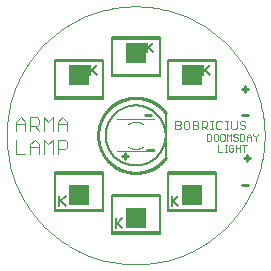
<source format=gto>
G75*
%MOIN*%
%OFA0B0*%
%FSLAX25Y25*%
%IPPOS*%
%LPD*%
%AMOC8*
5,1,8,0,0,1.08239X$1,22.5*
%
%ADD10C,0.00100*%
%ADD11C,0.00400*%
%ADD12C,0.00200*%
%ADD13C,0.01000*%
%ADD14C,0.00800*%
%ADD15C,0.00600*%
%ADD16C,0.00500*%
%ADD17R,0.07000X0.06500*%
D10*
X0001715Y0044050D02*
X0001728Y0045105D01*
X0001767Y0046160D01*
X0001832Y0047213D01*
X0001922Y0048265D01*
X0002038Y0049314D01*
X0002180Y0050359D01*
X0002348Y0051401D01*
X0002541Y0052439D01*
X0002760Y0053471D01*
X0003004Y0054498D01*
X0003273Y0055519D01*
X0003567Y0056532D01*
X0003885Y0057538D01*
X0004229Y0058536D01*
X0004596Y0059525D01*
X0004988Y0060505D01*
X0005404Y0061475D01*
X0005843Y0062435D01*
X0006306Y0063383D01*
X0006792Y0064320D01*
X0007301Y0065245D01*
X0007833Y0066156D01*
X0008386Y0067055D01*
X0008962Y0067940D01*
X0009559Y0068810D01*
X0010177Y0069665D01*
X0010816Y0070505D01*
X0011476Y0071329D01*
X0012155Y0072136D01*
X0012854Y0072927D01*
X0013572Y0073700D01*
X0014309Y0074456D01*
X0015065Y0075193D01*
X0015838Y0075911D01*
X0016629Y0076610D01*
X0017436Y0077289D01*
X0018260Y0077949D01*
X0019100Y0078588D01*
X0019955Y0079206D01*
X0020825Y0079803D01*
X0021710Y0080379D01*
X0022609Y0080932D01*
X0023520Y0081464D01*
X0024445Y0081973D01*
X0025382Y0082459D01*
X0026330Y0082922D01*
X0027290Y0083361D01*
X0028260Y0083777D01*
X0029240Y0084169D01*
X0030229Y0084536D01*
X0031227Y0084880D01*
X0032233Y0085198D01*
X0033246Y0085492D01*
X0034267Y0085761D01*
X0035294Y0086005D01*
X0036326Y0086224D01*
X0037364Y0086417D01*
X0038406Y0086585D01*
X0039451Y0086727D01*
X0040500Y0086843D01*
X0041552Y0086933D01*
X0042605Y0086998D01*
X0043660Y0087037D01*
X0044715Y0087050D01*
X0045770Y0087037D01*
X0046825Y0086998D01*
X0047878Y0086933D01*
X0048930Y0086843D01*
X0049979Y0086727D01*
X0051024Y0086585D01*
X0052066Y0086417D01*
X0053104Y0086224D01*
X0054136Y0086005D01*
X0055163Y0085761D01*
X0056184Y0085492D01*
X0057197Y0085198D01*
X0058203Y0084880D01*
X0059201Y0084536D01*
X0060190Y0084169D01*
X0061170Y0083777D01*
X0062140Y0083361D01*
X0063100Y0082922D01*
X0064048Y0082459D01*
X0064985Y0081973D01*
X0065910Y0081464D01*
X0066821Y0080932D01*
X0067720Y0080379D01*
X0068605Y0079803D01*
X0069475Y0079206D01*
X0070330Y0078588D01*
X0071170Y0077949D01*
X0071994Y0077289D01*
X0072801Y0076610D01*
X0073592Y0075911D01*
X0074365Y0075193D01*
X0075121Y0074456D01*
X0075858Y0073700D01*
X0076576Y0072927D01*
X0077275Y0072136D01*
X0077954Y0071329D01*
X0078614Y0070505D01*
X0079253Y0069665D01*
X0079871Y0068810D01*
X0080468Y0067940D01*
X0081044Y0067055D01*
X0081597Y0066156D01*
X0082129Y0065245D01*
X0082638Y0064320D01*
X0083124Y0063383D01*
X0083587Y0062435D01*
X0084026Y0061475D01*
X0084442Y0060505D01*
X0084834Y0059525D01*
X0085201Y0058536D01*
X0085545Y0057538D01*
X0085863Y0056532D01*
X0086157Y0055519D01*
X0086426Y0054498D01*
X0086670Y0053471D01*
X0086889Y0052439D01*
X0087082Y0051401D01*
X0087250Y0050359D01*
X0087392Y0049314D01*
X0087508Y0048265D01*
X0087598Y0047213D01*
X0087663Y0046160D01*
X0087702Y0045105D01*
X0087715Y0044050D01*
X0087702Y0042995D01*
X0087663Y0041940D01*
X0087598Y0040887D01*
X0087508Y0039835D01*
X0087392Y0038786D01*
X0087250Y0037741D01*
X0087082Y0036699D01*
X0086889Y0035661D01*
X0086670Y0034629D01*
X0086426Y0033602D01*
X0086157Y0032581D01*
X0085863Y0031568D01*
X0085545Y0030562D01*
X0085201Y0029564D01*
X0084834Y0028575D01*
X0084442Y0027595D01*
X0084026Y0026625D01*
X0083587Y0025665D01*
X0083124Y0024717D01*
X0082638Y0023780D01*
X0082129Y0022855D01*
X0081597Y0021944D01*
X0081044Y0021045D01*
X0080468Y0020160D01*
X0079871Y0019290D01*
X0079253Y0018435D01*
X0078614Y0017595D01*
X0077954Y0016771D01*
X0077275Y0015964D01*
X0076576Y0015173D01*
X0075858Y0014400D01*
X0075121Y0013644D01*
X0074365Y0012907D01*
X0073592Y0012189D01*
X0072801Y0011490D01*
X0071994Y0010811D01*
X0071170Y0010151D01*
X0070330Y0009512D01*
X0069475Y0008894D01*
X0068605Y0008297D01*
X0067720Y0007721D01*
X0066821Y0007168D01*
X0065910Y0006636D01*
X0064985Y0006127D01*
X0064048Y0005641D01*
X0063100Y0005178D01*
X0062140Y0004739D01*
X0061170Y0004323D01*
X0060190Y0003931D01*
X0059201Y0003564D01*
X0058203Y0003220D01*
X0057197Y0002902D01*
X0056184Y0002608D01*
X0055163Y0002339D01*
X0054136Y0002095D01*
X0053104Y0001876D01*
X0052066Y0001683D01*
X0051024Y0001515D01*
X0049979Y0001373D01*
X0048930Y0001257D01*
X0047878Y0001167D01*
X0046825Y0001102D01*
X0045770Y0001063D01*
X0044715Y0001050D01*
X0043660Y0001063D01*
X0042605Y0001102D01*
X0041552Y0001167D01*
X0040500Y0001257D01*
X0039451Y0001373D01*
X0038406Y0001515D01*
X0037364Y0001683D01*
X0036326Y0001876D01*
X0035294Y0002095D01*
X0034267Y0002339D01*
X0033246Y0002608D01*
X0032233Y0002902D01*
X0031227Y0003220D01*
X0030229Y0003564D01*
X0029240Y0003931D01*
X0028260Y0004323D01*
X0027290Y0004739D01*
X0026330Y0005178D01*
X0025382Y0005641D01*
X0024445Y0006127D01*
X0023520Y0006636D01*
X0022609Y0007168D01*
X0021710Y0007721D01*
X0020825Y0008297D01*
X0019955Y0008894D01*
X0019100Y0009512D01*
X0018260Y0010151D01*
X0017436Y0010811D01*
X0016629Y0011490D01*
X0015838Y0012189D01*
X0015065Y0012907D01*
X0014309Y0013644D01*
X0013572Y0014400D01*
X0012854Y0015173D01*
X0012155Y0015964D01*
X0011476Y0016771D01*
X0010816Y0017595D01*
X0010177Y0018435D01*
X0009559Y0019290D01*
X0008962Y0020160D01*
X0008386Y0021045D01*
X0007833Y0021944D01*
X0007301Y0022855D01*
X0006792Y0023780D01*
X0006306Y0024717D01*
X0005843Y0025665D01*
X0005404Y0026625D01*
X0004988Y0027595D01*
X0004596Y0028575D01*
X0004229Y0029564D01*
X0003885Y0030562D01*
X0003567Y0031568D01*
X0003273Y0032581D01*
X0003004Y0033602D01*
X0002760Y0034629D01*
X0002541Y0035661D01*
X0002348Y0036699D01*
X0002180Y0037741D01*
X0002038Y0038786D01*
X0001922Y0039835D01*
X0001832Y0040887D01*
X0001767Y0041940D01*
X0001728Y0042995D01*
X0001715Y0044050D01*
D11*
X0004915Y0042604D02*
X0004915Y0038000D01*
X0007984Y0038000D01*
X0009518Y0038000D02*
X0009518Y0041069D01*
X0011053Y0042604D01*
X0012588Y0041069D01*
X0012588Y0038000D01*
X0014122Y0038000D02*
X0014122Y0042604D01*
X0015657Y0041069D01*
X0017192Y0042604D01*
X0017192Y0038000D01*
X0018726Y0038000D02*
X0018726Y0042604D01*
X0021028Y0042604D01*
X0021796Y0041837D01*
X0021796Y0040302D01*
X0021028Y0039535D01*
X0018726Y0039535D01*
X0018726Y0045500D02*
X0018726Y0048569D01*
X0020261Y0050104D01*
X0021796Y0048569D01*
X0021796Y0045500D01*
X0021796Y0047802D02*
X0018726Y0047802D01*
X0017192Y0050104D02*
X0017192Y0045500D01*
X0014122Y0045500D02*
X0014122Y0050104D01*
X0015657Y0048569D01*
X0017192Y0050104D01*
X0012588Y0049337D02*
X0012588Y0047802D01*
X0011820Y0047035D01*
X0009518Y0047035D01*
X0009518Y0045500D02*
X0009518Y0050104D01*
X0011820Y0050104D01*
X0012588Y0049337D01*
X0011053Y0047035D02*
X0012588Y0045500D01*
X0007984Y0045500D02*
X0007984Y0048569D01*
X0006449Y0050104D01*
X0004915Y0048569D01*
X0004915Y0045500D01*
X0004915Y0047802D02*
X0007984Y0047802D01*
X0009518Y0040302D02*
X0012588Y0040302D01*
X0038612Y0038735D02*
X0050817Y0038735D01*
X0047963Y0038735D01*
X0048652Y0039424D01*
X0050817Y0039424D01*
X0050817Y0038735D01*
X0050817Y0038936D02*
X0048163Y0038936D01*
X0048562Y0039334D02*
X0050817Y0039334D01*
X0047274Y0047790D02*
X0047163Y0047863D01*
X0047050Y0047932D01*
X0046936Y0047999D01*
X0046819Y0048062D01*
X0046701Y0048121D01*
X0046580Y0048177D01*
X0046459Y0048230D01*
X0046336Y0048279D01*
X0046211Y0048324D01*
X0046085Y0048366D01*
X0045958Y0048404D01*
X0045830Y0048438D01*
X0045701Y0048469D01*
X0045571Y0048496D01*
X0045441Y0048519D01*
X0045310Y0048538D01*
X0045178Y0048553D01*
X0045046Y0048565D01*
X0044914Y0048573D01*
X0044781Y0048577D01*
X0044649Y0048577D01*
X0044516Y0048573D01*
X0044384Y0048565D01*
X0044252Y0048553D01*
X0044120Y0048538D01*
X0043989Y0048519D01*
X0043859Y0048496D01*
X0043729Y0048469D01*
X0043600Y0048438D01*
X0043472Y0048404D01*
X0043345Y0048366D01*
X0043219Y0048324D01*
X0043094Y0048279D01*
X0042971Y0048230D01*
X0042850Y0048177D01*
X0042729Y0048121D01*
X0042611Y0048062D01*
X0042494Y0047999D01*
X0042380Y0047932D01*
X0042267Y0047863D01*
X0042156Y0047790D01*
X0038612Y0049365D02*
X0050817Y0049365D01*
X0047274Y0040310D02*
X0047163Y0040237D01*
X0047050Y0040168D01*
X0046936Y0040101D01*
X0046819Y0040038D01*
X0046701Y0039979D01*
X0046580Y0039923D01*
X0046459Y0039870D01*
X0046336Y0039821D01*
X0046211Y0039776D01*
X0046085Y0039734D01*
X0045958Y0039696D01*
X0045830Y0039662D01*
X0045701Y0039631D01*
X0045571Y0039604D01*
X0045441Y0039581D01*
X0045310Y0039562D01*
X0045178Y0039547D01*
X0045046Y0039535D01*
X0044914Y0039527D01*
X0044781Y0039523D01*
X0044649Y0039523D01*
X0044516Y0039527D01*
X0044384Y0039535D01*
X0044252Y0039547D01*
X0044120Y0039562D01*
X0043989Y0039581D01*
X0043859Y0039604D01*
X0043729Y0039631D01*
X0043600Y0039662D01*
X0043472Y0039696D01*
X0043345Y0039734D01*
X0043219Y0039776D01*
X0043094Y0039821D01*
X0042971Y0039870D01*
X0042850Y0039923D01*
X0042729Y0039979D01*
X0042611Y0040038D01*
X0042494Y0040101D01*
X0042380Y0040168D01*
X0042267Y0040237D01*
X0042156Y0040310D01*
X0057860Y0046050D02*
X0059261Y0046050D01*
X0059729Y0046517D01*
X0059729Y0046984D01*
X0059261Y0047451D01*
X0057860Y0047451D01*
X0057860Y0046050D02*
X0057860Y0048852D01*
X0059261Y0048852D01*
X0059729Y0048385D01*
X0059729Y0047918D01*
X0059261Y0047451D01*
X0060807Y0046517D02*
X0061274Y0046050D01*
X0062208Y0046050D01*
X0062675Y0046517D01*
X0062675Y0048385D01*
X0062208Y0048852D01*
X0061274Y0048852D01*
X0060807Y0048385D01*
X0060807Y0046517D01*
X0063753Y0046050D02*
X0063753Y0048852D01*
X0065154Y0048852D01*
X0065622Y0048385D01*
X0065622Y0047918D01*
X0065154Y0047451D01*
X0063753Y0047451D01*
X0063753Y0046050D02*
X0065154Y0046050D01*
X0065622Y0046517D01*
X0065622Y0046984D01*
X0065154Y0047451D01*
X0066700Y0046984D02*
X0068101Y0046984D01*
X0068568Y0047451D01*
X0068568Y0048385D01*
X0068101Y0048852D01*
X0066700Y0048852D01*
X0066700Y0046050D01*
X0067634Y0046984D02*
X0068568Y0046050D01*
X0069646Y0046050D02*
X0070580Y0046050D01*
X0070113Y0046050D02*
X0070113Y0048852D01*
X0069646Y0048852D02*
X0070580Y0048852D01*
X0071611Y0048385D02*
X0071611Y0046517D01*
X0072078Y0046050D01*
X0073012Y0046050D01*
X0073479Y0046517D01*
X0074557Y0046050D02*
X0075491Y0046050D01*
X0075024Y0046050D02*
X0075024Y0048852D01*
X0074557Y0048852D02*
X0075491Y0048852D01*
X0076522Y0048852D02*
X0076522Y0046517D01*
X0076989Y0046050D01*
X0077923Y0046050D01*
X0078390Y0046517D01*
X0078390Y0048852D01*
X0079468Y0048385D02*
X0079468Y0047918D01*
X0079935Y0047451D01*
X0080869Y0047451D01*
X0081336Y0046984D01*
X0081336Y0046517D01*
X0080869Y0046050D01*
X0079935Y0046050D01*
X0079468Y0046517D01*
X0079468Y0048385D02*
X0079935Y0048852D01*
X0080869Y0048852D01*
X0081336Y0048385D01*
X0073479Y0048385D02*
X0073012Y0048852D01*
X0072078Y0048852D01*
X0071611Y0048385D01*
D12*
X0071786Y0044452D02*
X0072153Y0044085D01*
X0072153Y0042617D01*
X0071786Y0042250D01*
X0071052Y0042250D01*
X0070685Y0042617D01*
X0070685Y0044085D01*
X0071052Y0044452D01*
X0071786Y0044452D01*
X0072895Y0044085D02*
X0072895Y0042617D01*
X0073262Y0042250D01*
X0073996Y0042250D01*
X0074363Y0042617D01*
X0074363Y0044085D01*
X0073996Y0044452D01*
X0073262Y0044452D01*
X0072895Y0044085D01*
X0075105Y0044452D02*
X0075839Y0043718D01*
X0076573Y0044452D01*
X0076573Y0042250D01*
X0077315Y0042617D02*
X0077682Y0042250D01*
X0078415Y0042250D01*
X0078782Y0042617D01*
X0078782Y0042984D01*
X0078415Y0043351D01*
X0077682Y0043351D01*
X0077315Y0043718D01*
X0077315Y0044085D01*
X0077682Y0044452D01*
X0078415Y0044452D01*
X0078782Y0044085D01*
X0079524Y0044452D02*
X0080625Y0044452D01*
X0080992Y0044085D01*
X0080992Y0042617D01*
X0080625Y0042250D01*
X0079524Y0042250D01*
X0079524Y0044452D01*
X0081734Y0043718D02*
X0081734Y0042250D01*
X0081729Y0040852D02*
X0080261Y0040852D01*
X0080995Y0040852D02*
X0080995Y0038650D01*
X0079519Y0038650D02*
X0079519Y0040852D01*
X0079519Y0039751D02*
X0078051Y0039751D01*
X0077309Y0039751D02*
X0076575Y0039751D01*
X0077309Y0039751D02*
X0077309Y0039017D01*
X0076942Y0038650D01*
X0076208Y0038650D01*
X0075841Y0039017D01*
X0075841Y0040485D01*
X0076208Y0040852D01*
X0076942Y0040852D01*
X0077309Y0040485D01*
X0078051Y0040852D02*
X0078051Y0038650D01*
X0075102Y0038650D02*
X0074368Y0038650D01*
X0074735Y0038650D02*
X0074735Y0040852D01*
X0074368Y0040852D02*
X0075102Y0040852D01*
X0075105Y0042250D02*
X0075105Y0044452D01*
X0072158Y0040852D02*
X0072158Y0038650D01*
X0073626Y0038650D01*
X0069943Y0042617D02*
X0069576Y0042250D01*
X0068475Y0042250D01*
X0068475Y0044452D01*
X0069576Y0044452D01*
X0069943Y0044085D01*
X0069943Y0042617D01*
X0081734Y0043351D02*
X0083202Y0043351D01*
X0083202Y0043718D02*
X0083202Y0042250D01*
X0083202Y0043718D02*
X0082468Y0044452D01*
X0081734Y0043718D01*
X0083944Y0044085D02*
X0084678Y0043351D01*
X0084678Y0042250D01*
X0084678Y0043351D02*
X0085412Y0044085D01*
X0085412Y0044452D01*
X0083944Y0044452D02*
X0083944Y0044085D01*
D13*
X0082283Y0050801D02*
X0080281Y0050801D01*
X0081282Y0058550D02*
X0081282Y0060552D01*
X0080281Y0059551D02*
X0082283Y0059551D01*
X0081907Y0037427D02*
X0081907Y0035425D01*
X0080906Y0036426D02*
X0082908Y0036426D01*
X0082283Y0027676D02*
X0080281Y0027676D01*
X0049783Y0050801D02*
X0047781Y0050801D01*
X0054715Y0051550D02*
X0054528Y0051793D01*
X0054336Y0052031D01*
X0054137Y0052264D01*
X0053933Y0052492D01*
X0053724Y0052715D01*
X0053509Y0052933D01*
X0053289Y0053146D01*
X0053064Y0053353D01*
X0052833Y0053555D01*
X0052598Y0053751D01*
X0052358Y0053941D01*
X0052114Y0054125D01*
X0051865Y0054303D01*
X0051611Y0054475D01*
X0051354Y0054641D01*
X0051093Y0054801D01*
X0050828Y0054954D01*
X0050559Y0055100D01*
X0050286Y0055240D01*
X0050011Y0055373D01*
X0049732Y0055499D01*
X0049450Y0055619D01*
X0049165Y0055731D01*
X0048878Y0055836D01*
X0048588Y0055935D01*
X0048296Y0056026D01*
X0048001Y0056110D01*
X0047705Y0056187D01*
X0047407Y0056257D01*
X0047107Y0056319D01*
X0046806Y0056374D01*
X0046504Y0056421D01*
X0046200Y0056461D01*
X0045896Y0056494D01*
X0045591Y0056519D01*
X0045285Y0056537D01*
X0044979Y0056547D01*
X0044673Y0056550D01*
X0044367Y0056545D01*
X0044061Y0056533D01*
X0043755Y0056513D01*
X0043451Y0056486D01*
X0043146Y0056451D01*
X0042843Y0056409D01*
X0042541Y0056360D01*
X0042240Y0056303D01*
X0041941Y0056238D01*
X0041643Y0056167D01*
X0041348Y0056088D01*
X0041054Y0056002D01*
X0040762Y0055909D01*
X0040473Y0055808D01*
X0040186Y0055701D01*
X0039902Y0055586D01*
X0039621Y0055465D01*
X0039343Y0055337D01*
X0039068Y0055202D01*
X0038797Y0055060D01*
X0038529Y0054912D01*
X0038265Y0054757D01*
X0038005Y0054596D01*
X0037749Y0054429D01*
X0037496Y0054255D01*
X0037249Y0054075D01*
X0037005Y0053889D01*
X0036767Y0053698D01*
X0036533Y0053500D01*
X0036304Y0053297D01*
X0036080Y0053088D01*
X0035861Y0052874D01*
X0035648Y0052654D01*
X0035440Y0052430D01*
X0035237Y0052200D01*
X0035041Y0051966D01*
X0034850Y0051726D01*
X0034665Y0051483D01*
X0034486Y0051234D01*
X0034313Y0050982D01*
X0034146Y0050725D01*
X0033986Y0050464D01*
X0033832Y0050199D01*
X0033685Y0049931D01*
X0033544Y0049659D01*
X0033410Y0049384D01*
X0033283Y0049105D01*
X0033162Y0048824D01*
X0033049Y0048539D01*
X0032943Y0048252D01*
X0032843Y0047963D01*
X0032751Y0047671D01*
X0032666Y0047377D01*
X0032588Y0047081D01*
X0032517Y0046783D01*
X0032454Y0046483D01*
X0032398Y0046182D01*
X0032350Y0045880D01*
X0032309Y0045577D01*
X0032275Y0045273D01*
X0032249Y0044968D01*
X0032230Y0044662D01*
X0032219Y0044356D01*
X0032215Y0044050D01*
X0032219Y0043744D01*
X0032230Y0043438D01*
X0032249Y0043132D01*
X0032275Y0042827D01*
X0032309Y0042523D01*
X0032350Y0042220D01*
X0032398Y0041918D01*
X0032454Y0041617D01*
X0032517Y0041317D01*
X0032588Y0041019D01*
X0032666Y0040723D01*
X0032751Y0040429D01*
X0032843Y0040137D01*
X0032943Y0039848D01*
X0033049Y0039561D01*
X0033162Y0039276D01*
X0033283Y0038995D01*
X0033410Y0038716D01*
X0033544Y0038441D01*
X0033685Y0038169D01*
X0033832Y0037901D01*
X0033986Y0037636D01*
X0034146Y0037375D01*
X0034313Y0037118D01*
X0034486Y0036866D01*
X0034665Y0036617D01*
X0034850Y0036374D01*
X0035041Y0036134D01*
X0035237Y0035900D01*
X0035440Y0035670D01*
X0035648Y0035446D01*
X0035861Y0035226D01*
X0036080Y0035012D01*
X0036304Y0034803D01*
X0036533Y0034600D01*
X0036767Y0034402D01*
X0037005Y0034211D01*
X0037249Y0034025D01*
X0037496Y0033845D01*
X0037749Y0033671D01*
X0038005Y0033504D01*
X0038265Y0033343D01*
X0038529Y0033188D01*
X0038797Y0033040D01*
X0039068Y0032898D01*
X0039343Y0032763D01*
X0039621Y0032635D01*
X0039902Y0032514D01*
X0040186Y0032399D01*
X0040473Y0032292D01*
X0040762Y0032191D01*
X0041054Y0032098D01*
X0041348Y0032012D01*
X0041643Y0031933D01*
X0041941Y0031862D01*
X0042240Y0031797D01*
X0042541Y0031740D01*
X0042843Y0031691D01*
X0043146Y0031649D01*
X0043451Y0031614D01*
X0043755Y0031587D01*
X0044061Y0031567D01*
X0044367Y0031555D01*
X0044673Y0031550D01*
X0044979Y0031553D01*
X0045285Y0031563D01*
X0045591Y0031581D01*
X0045896Y0031606D01*
X0046200Y0031639D01*
X0046504Y0031679D01*
X0046806Y0031726D01*
X0047107Y0031781D01*
X0047407Y0031843D01*
X0047705Y0031913D01*
X0048001Y0031990D01*
X0048296Y0032074D01*
X0048588Y0032165D01*
X0048878Y0032264D01*
X0049165Y0032369D01*
X0049450Y0032481D01*
X0049732Y0032601D01*
X0050011Y0032727D01*
X0050286Y0032860D01*
X0050559Y0033000D01*
X0050828Y0033146D01*
X0051093Y0033299D01*
X0051354Y0033459D01*
X0051611Y0033625D01*
X0051865Y0033797D01*
X0052114Y0033975D01*
X0052358Y0034159D01*
X0052598Y0034349D01*
X0052833Y0034545D01*
X0053064Y0034747D01*
X0053289Y0034954D01*
X0053509Y0035167D01*
X0053724Y0035385D01*
X0053933Y0035608D01*
X0054137Y0035836D01*
X0054336Y0036069D01*
X0054528Y0036307D01*
X0054715Y0036550D01*
X0042283Y0037051D02*
X0040281Y0037051D01*
X0041282Y0038052D02*
X0041282Y0036050D01*
D14*
X0054715Y0036550D02*
X0054715Y0051550D01*
D15*
X0034715Y0044050D02*
X0034718Y0044295D01*
X0034727Y0044541D01*
X0034742Y0044786D01*
X0034763Y0045030D01*
X0034790Y0045274D01*
X0034823Y0045517D01*
X0034862Y0045760D01*
X0034907Y0046001D01*
X0034958Y0046241D01*
X0035015Y0046480D01*
X0035077Y0046717D01*
X0035146Y0046953D01*
X0035220Y0047187D01*
X0035300Y0047419D01*
X0035385Y0047649D01*
X0035476Y0047877D01*
X0035573Y0048102D01*
X0035675Y0048326D01*
X0035783Y0048546D01*
X0035896Y0048764D01*
X0036014Y0048979D01*
X0036138Y0049191D01*
X0036266Y0049400D01*
X0036400Y0049606D01*
X0036539Y0049808D01*
X0036683Y0050007D01*
X0036832Y0050202D01*
X0036985Y0050394D01*
X0037143Y0050582D01*
X0037305Y0050766D01*
X0037473Y0050945D01*
X0037644Y0051121D01*
X0037820Y0051292D01*
X0037999Y0051460D01*
X0038183Y0051622D01*
X0038371Y0051780D01*
X0038563Y0051933D01*
X0038758Y0052082D01*
X0038957Y0052226D01*
X0039159Y0052365D01*
X0039365Y0052499D01*
X0039574Y0052627D01*
X0039786Y0052751D01*
X0040001Y0052869D01*
X0040219Y0052982D01*
X0040439Y0053090D01*
X0040663Y0053192D01*
X0040888Y0053289D01*
X0041116Y0053380D01*
X0041346Y0053465D01*
X0041578Y0053545D01*
X0041812Y0053619D01*
X0042048Y0053688D01*
X0042285Y0053750D01*
X0042524Y0053807D01*
X0042764Y0053858D01*
X0043005Y0053903D01*
X0043248Y0053942D01*
X0043491Y0053975D01*
X0043735Y0054002D01*
X0043979Y0054023D01*
X0044224Y0054038D01*
X0044470Y0054047D01*
X0044715Y0054050D01*
X0044960Y0054047D01*
X0045206Y0054038D01*
X0045451Y0054023D01*
X0045695Y0054002D01*
X0045939Y0053975D01*
X0046182Y0053942D01*
X0046425Y0053903D01*
X0046666Y0053858D01*
X0046906Y0053807D01*
X0047145Y0053750D01*
X0047382Y0053688D01*
X0047618Y0053619D01*
X0047852Y0053545D01*
X0048084Y0053465D01*
X0048314Y0053380D01*
X0048542Y0053289D01*
X0048767Y0053192D01*
X0048991Y0053090D01*
X0049211Y0052982D01*
X0049429Y0052869D01*
X0049644Y0052751D01*
X0049856Y0052627D01*
X0050065Y0052499D01*
X0050271Y0052365D01*
X0050473Y0052226D01*
X0050672Y0052082D01*
X0050867Y0051933D01*
X0051059Y0051780D01*
X0051247Y0051622D01*
X0051431Y0051460D01*
X0051610Y0051292D01*
X0051786Y0051121D01*
X0051957Y0050945D01*
X0052125Y0050766D01*
X0052287Y0050582D01*
X0052445Y0050394D01*
X0052598Y0050202D01*
X0052747Y0050007D01*
X0052891Y0049808D01*
X0053030Y0049606D01*
X0053164Y0049400D01*
X0053292Y0049191D01*
X0053416Y0048979D01*
X0053534Y0048764D01*
X0053647Y0048546D01*
X0053755Y0048326D01*
X0053857Y0048102D01*
X0053954Y0047877D01*
X0054045Y0047649D01*
X0054130Y0047419D01*
X0054210Y0047187D01*
X0054284Y0046953D01*
X0054353Y0046717D01*
X0054415Y0046480D01*
X0054472Y0046241D01*
X0054523Y0046001D01*
X0054568Y0045760D01*
X0054607Y0045517D01*
X0054640Y0045274D01*
X0054667Y0045030D01*
X0054688Y0044786D01*
X0054703Y0044541D01*
X0054712Y0044295D01*
X0054715Y0044050D01*
X0054712Y0043805D01*
X0054703Y0043559D01*
X0054688Y0043314D01*
X0054667Y0043070D01*
X0054640Y0042826D01*
X0054607Y0042583D01*
X0054568Y0042340D01*
X0054523Y0042099D01*
X0054472Y0041859D01*
X0054415Y0041620D01*
X0054353Y0041383D01*
X0054284Y0041147D01*
X0054210Y0040913D01*
X0054130Y0040681D01*
X0054045Y0040451D01*
X0053954Y0040223D01*
X0053857Y0039998D01*
X0053755Y0039774D01*
X0053647Y0039554D01*
X0053534Y0039336D01*
X0053416Y0039121D01*
X0053292Y0038909D01*
X0053164Y0038700D01*
X0053030Y0038494D01*
X0052891Y0038292D01*
X0052747Y0038093D01*
X0052598Y0037898D01*
X0052445Y0037706D01*
X0052287Y0037518D01*
X0052125Y0037334D01*
X0051957Y0037155D01*
X0051786Y0036979D01*
X0051610Y0036808D01*
X0051431Y0036640D01*
X0051247Y0036478D01*
X0051059Y0036320D01*
X0050867Y0036167D01*
X0050672Y0036018D01*
X0050473Y0035874D01*
X0050271Y0035735D01*
X0050065Y0035601D01*
X0049856Y0035473D01*
X0049644Y0035349D01*
X0049429Y0035231D01*
X0049211Y0035118D01*
X0048991Y0035010D01*
X0048767Y0034908D01*
X0048542Y0034811D01*
X0048314Y0034720D01*
X0048084Y0034635D01*
X0047852Y0034555D01*
X0047618Y0034481D01*
X0047382Y0034412D01*
X0047145Y0034350D01*
X0046906Y0034293D01*
X0046666Y0034242D01*
X0046425Y0034197D01*
X0046182Y0034158D01*
X0045939Y0034125D01*
X0045695Y0034098D01*
X0045451Y0034077D01*
X0045206Y0034062D01*
X0044960Y0034053D01*
X0044715Y0034050D01*
X0044470Y0034053D01*
X0044224Y0034062D01*
X0043979Y0034077D01*
X0043735Y0034098D01*
X0043491Y0034125D01*
X0043248Y0034158D01*
X0043005Y0034197D01*
X0042764Y0034242D01*
X0042524Y0034293D01*
X0042285Y0034350D01*
X0042048Y0034412D01*
X0041812Y0034481D01*
X0041578Y0034555D01*
X0041346Y0034635D01*
X0041116Y0034720D01*
X0040888Y0034811D01*
X0040663Y0034908D01*
X0040439Y0035010D01*
X0040219Y0035118D01*
X0040001Y0035231D01*
X0039786Y0035349D01*
X0039574Y0035473D01*
X0039365Y0035601D01*
X0039159Y0035735D01*
X0038957Y0035874D01*
X0038758Y0036018D01*
X0038563Y0036167D01*
X0038371Y0036320D01*
X0038183Y0036478D01*
X0037999Y0036640D01*
X0037820Y0036808D01*
X0037644Y0036979D01*
X0037473Y0037155D01*
X0037305Y0037334D01*
X0037143Y0037518D01*
X0036985Y0037706D01*
X0036832Y0037898D01*
X0036683Y0038093D01*
X0036539Y0038292D01*
X0036400Y0038494D01*
X0036266Y0038700D01*
X0036138Y0038909D01*
X0036014Y0039121D01*
X0035896Y0039336D01*
X0035783Y0039554D01*
X0035675Y0039774D01*
X0035573Y0039998D01*
X0035476Y0040223D01*
X0035385Y0040451D01*
X0035300Y0040681D01*
X0035220Y0040913D01*
X0035146Y0041147D01*
X0035077Y0041383D01*
X0035015Y0041620D01*
X0034958Y0041859D01*
X0034907Y0042099D01*
X0034862Y0042340D01*
X0034823Y0042583D01*
X0034790Y0042826D01*
X0034763Y0043070D01*
X0034742Y0043314D01*
X0034727Y0043559D01*
X0034718Y0043805D01*
X0034715Y0044050D01*
X0031875Y0064200D02*
X0030224Y0065851D01*
X0029673Y0065301D02*
X0031875Y0067503D01*
X0029673Y0067503D02*
X0029673Y0064200D01*
X0048423Y0071700D02*
X0048423Y0075003D01*
X0048974Y0073351D02*
X0050625Y0071700D01*
X0048423Y0072801D02*
X0050625Y0075003D01*
X0067173Y0067503D02*
X0067173Y0064200D01*
X0067173Y0065301D02*
X0069375Y0067503D01*
X0067724Y0065851D02*
X0069375Y0064200D01*
X0058966Y0023903D02*
X0056765Y0021701D01*
X0057315Y0022251D02*
X0058966Y0020600D01*
X0056765Y0020600D02*
X0056765Y0023903D01*
X0040216Y0016403D02*
X0038015Y0014201D01*
X0038565Y0014751D02*
X0040216Y0013100D01*
X0038015Y0013100D02*
X0038015Y0016403D01*
X0021466Y0020600D02*
X0019815Y0022251D01*
X0019265Y0021701D02*
X0021466Y0023903D01*
X0019265Y0023903D02*
X0019265Y0020600D01*
D16*
X0017965Y0019300D02*
X0017965Y0018800D01*
X0033965Y0018800D01*
X0033965Y0019300D01*
X0017965Y0019300D01*
X0017965Y0031300D01*
X0017965Y0031800D01*
X0033965Y0031800D01*
X0033965Y0031300D01*
X0033965Y0019300D01*
X0036715Y0023800D02*
X0036715Y0011800D01*
X0052715Y0011800D01*
X0052715Y0011300D01*
X0036715Y0011300D01*
X0036715Y0011800D01*
X0036715Y0023800D02*
X0036715Y0024300D01*
X0052715Y0024300D01*
X0052715Y0023800D01*
X0052715Y0011800D01*
X0055465Y0018800D02*
X0055465Y0019300D01*
X0055465Y0031300D01*
X0055465Y0031800D01*
X0071465Y0031800D01*
X0071465Y0031300D01*
X0071465Y0019300D01*
X0071465Y0018800D01*
X0055465Y0018800D01*
X0055465Y0019300D02*
X0071465Y0019300D01*
X0071465Y0031300D02*
X0055465Y0031300D01*
X0052715Y0023800D02*
X0036715Y0023800D01*
X0033965Y0031300D02*
X0017965Y0031300D01*
X0017965Y0056300D02*
X0033965Y0056300D01*
X0033965Y0056800D01*
X0033965Y0068800D01*
X0017965Y0068800D01*
X0017965Y0069300D01*
X0033965Y0069300D01*
X0033965Y0068800D01*
X0036715Y0064300D02*
X0036715Y0076300D01*
X0036715Y0076800D01*
X0052715Y0076800D01*
X0052715Y0076300D01*
X0052715Y0064300D01*
X0052715Y0063800D01*
X0036715Y0063800D01*
X0036715Y0064300D01*
X0052715Y0064300D01*
X0055465Y0068800D02*
X0055465Y0069300D01*
X0071465Y0069300D01*
X0071465Y0068800D01*
X0071465Y0056800D01*
X0071465Y0056300D01*
X0055465Y0056300D01*
X0055465Y0056800D01*
X0055465Y0068800D01*
X0071465Y0068800D01*
X0071465Y0056800D02*
X0055465Y0056800D01*
X0052715Y0076300D02*
X0036715Y0076300D01*
X0017965Y0068800D02*
X0017965Y0056800D01*
X0033965Y0056800D01*
X0017965Y0056800D02*
X0017965Y0056300D01*
D17*
X0025965Y0064050D03*
X0044715Y0071550D03*
X0063465Y0064050D03*
X0063465Y0024050D03*
X0044715Y0016550D03*
X0025965Y0024050D03*
M02*

</source>
